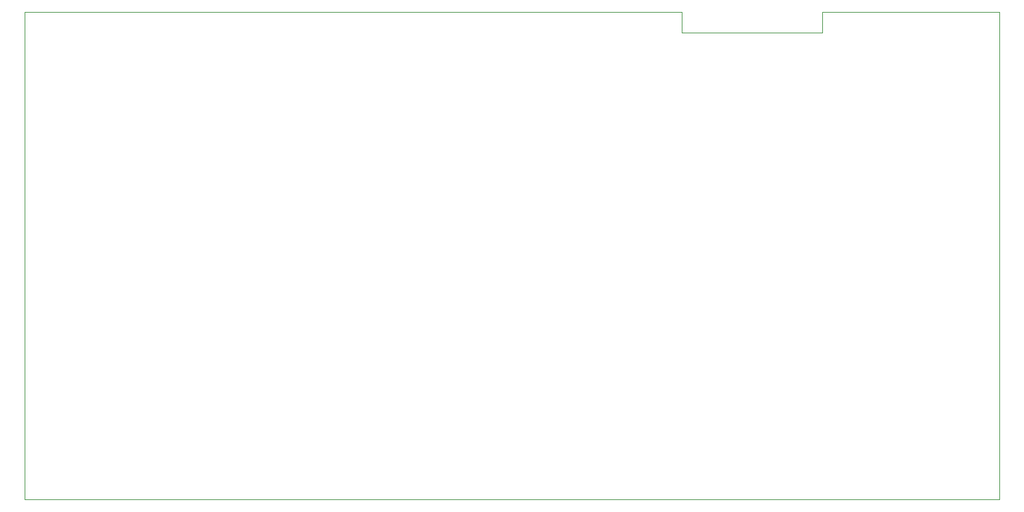
<source format=gbr>
%TF.GenerationSoftware,KiCad,Pcbnew,9.0.2*%
%TF.CreationDate,2025-07-04T04:15:55-07:00*%
%TF.ProjectId,HackPad_Dristi,4861636b-5061-4645-9f44-72697374692e,rev?*%
%TF.SameCoordinates,Original*%
%TF.FileFunction,Profile,NP*%
%FSLAX46Y46*%
G04 Gerber Fmt 4.6, Leading zero omitted, Abs format (unit mm)*
G04 Created by KiCad (PCBNEW 9.0.2) date 2025-07-04 04:15:55*
%MOMM*%
%LPD*%
G01*
G04 APERTURE LIST*
%TA.AperFunction,Profile*%
%ADD10C,0.050000*%
%TD*%
G04 APERTURE END LIST*
D10*
X177600000Y-52000000D02*
X177600000Y-54600000D01*
X218000000Y-52000000D02*
X218000000Y-114000000D01*
X195400000Y-52000000D02*
X218000000Y-52000000D01*
X177600000Y-54600000D02*
X195400000Y-54600000D01*
X94000000Y-114000000D02*
X94000000Y-52000000D01*
X195400000Y-54600000D02*
X195400000Y-52000000D01*
X218000000Y-114000000D02*
X94000000Y-114000000D01*
X94000000Y-52000000D02*
X177600000Y-52000000D01*
M02*

</source>
